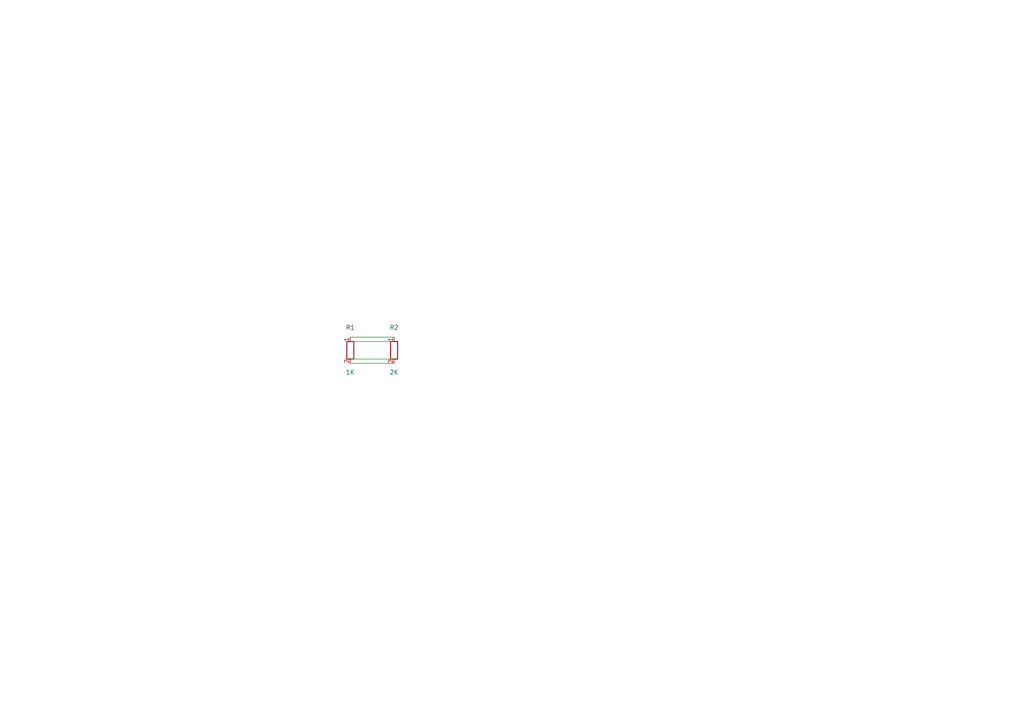
<source format=kicad_sch>
(kicad_sch (version 20230121) (generator eeschema)
  (paper "A4")
  (lib_symbols
    (symbol "Device:R"
      (property "Reference" "R" (at -1.016 0 90))
      (property "Value" "R" (at 1.016 0 90))
      (symbol "R_0_1"
        (rectangle (start -1.016 -2.54) (end 1.016 2.54) (stroke (width 0.254)))
      )
      (symbol "R_1_1"
        (pin passive line (at 0 3.81 270) (length 1.27) (name "~") (number "1"))
        (pin passive line (at 0 -3.81 90) (length 1.27) (name "~") (number "2"))
      )
    )
  )
  (symbol (lib_id "Device:R") (at 101.6 101.6 0) (unit 1)
    (property "Reference" "R1" (at 101.6 95 0))
    (property "Value" "1K" (at 101.6 108 0))
  )
  (symbol (lib_id "Device:R") (at 114.3 101.6 0) (unit 1)
    (property "Reference" "R2" (at 114.3 95 0))
    (property "Value" "2K" (at 114.3 108 0))
  )
  (wire (pts (xy 101.6 97.79) (xy 114.3 97.79)))
  (wire (pts (xy 101.6 105.41) (xy 114.3 105.41)))
  (wire (pts (xy 101.6 99.06) (xy 114.3 99.06)))
  (wire (pts (xy 101.6 104.14) (xy 114.3 104.14)))
)
</source>
